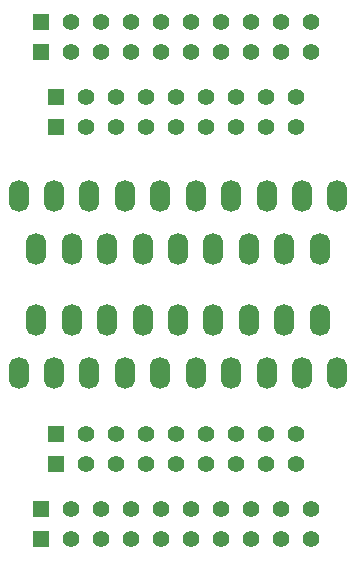
<source format=gts>
G04 (created by PCBNEW (2013-07-07 BZR 4022)-stable) date 22/10/2014 07:02:39*
%MOIN*%
G04 Gerber Fmt 3.4, Leading zero omitted, Abs format*
%FSLAX34Y34*%
G01*
G70*
G90*
G04 APERTURE LIST*
%ADD10C,0.00590551*%
%ADD11R,0.055X0.055*%
%ADD12C,0.055*%
%ADD13O,0.0669291X0.106299*%
G04 APERTURE END LIST*
G54D10*
G54D11*
X59750Y-54000D03*
G54D12*
X60750Y-54000D03*
X61750Y-54000D03*
X62750Y-54000D03*
X63750Y-54000D03*
X64750Y-54000D03*
X65750Y-54000D03*
X66750Y-54000D03*
X67750Y-54000D03*
X68750Y-54000D03*
G54D11*
X60250Y-66750D03*
G54D12*
X61250Y-66750D03*
X62250Y-66750D03*
X63250Y-66750D03*
X64250Y-66750D03*
X65250Y-66750D03*
X66250Y-66750D03*
X67250Y-66750D03*
X68250Y-66750D03*
G54D11*
X60250Y-56500D03*
G54D12*
X61250Y-56500D03*
X62250Y-56500D03*
X63250Y-56500D03*
X64250Y-56500D03*
X65250Y-56500D03*
X66250Y-56500D03*
X67250Y-56500D03*
X68250Y-56500D03*
G54D11*
X59750Y-69250D03*
G54D12*
X60750Y-69250D03*
X61750Y-69250D03*
X62750Y-69250D03*
X63750Y-69250D03*
X64750Y-69250D03*
X65750Y-69250D03*
X66750Y-69250D03*
X67750Y-69250D03*
X68750Y-69250D03*
G54D11*
X60250Y-55500D03*
G54D12*
X61250Y-55500D03*
X62250Y-55500D03*
X63250Y-55500D03*
X64250Y-55500D03*
X65250Y-55500D03*
X66250Y-55500D03*
X67250Y-55500D03*
X68250Y-55500D03*
G54D11*
X59750Y-53000D03*
G54D12*
X60750Y-53000D03*
X61750Y-53000D03*
X62750Y-53000D03*
X63750Y-53000D03*
X64750Y-53000D03*
X65750Y-53000D03*
X66750Y-53000D03*
X67750Y-53000D03*
X68750Y-53000D03*
G54D11*
X59750Y-70250D03*
G54D12*
X60750Y-70250D03*
X61750Y-70250D03*
X62750Y-70250D03*
X63750Y-70250D03*
X64750Y-70250D03*
X65750Y-70250D03*
X66750Y-70250D03*
X67750Y-70250D03*
X68750Y-70250D03*
G54D11*
X60250Y-67750D03*
G54D12*
X61250Y-67750D03*
X62250Y-67750D03*
X63250Y-67750D03*
X64250Y-67750D03*
X65250Y-67750D03*
X66250Y-67750D03*
X67250Y-67750D03*
X68250Y-67750D03*
G54D13*
X59000Y-58797D03*
X60181Y-58797D03*
X61362Y-58797D03*
X62543Y-58797D03*
X63724Y-58797D03*
X64905Y-58797D03*
X66086Y-58797D03*
X67267Y-58797D03*
X68448Y-58797D03*
X69629Y-58797D03*
X59000Y-64702D03*
X60181Y-64702D03*
X61362Y-64702D03*
X62543Y-64702D03*
X63724Y-64702D03*
X64905Y-64702D03*
X66086Y-64702D03*
X67267Y-64702D03*
X68448Y-64702D03*
X69629Y-64702D03*
X59590Y-60568D03*
X60774Y-60568D03*
X61955Y-60568D03*
X63137Y-60568D03*
X64318Y-60568D03*
X65499Y-60568D03*
X66680Y-60568D03*
X67861Y-60568D03*
X69042Y-60568D03*
X59590Y-62931D03*
X60774Y-62931D03*
X61955Y-62931D03*
X63137Y-62931D03*
X64318Y-62931D03*
X65499Y-62931D03*
X66680Y-62931D03*
X67861Y-62931D03*
X69042Y-62931D03*
M02*

</source>
